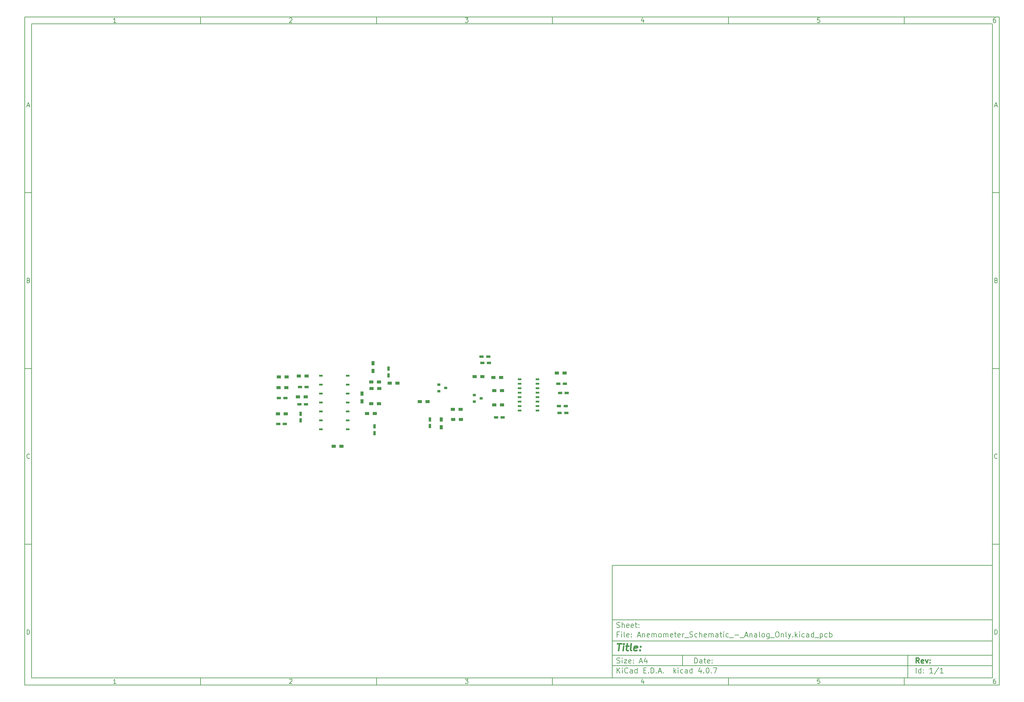
<source format=gbr>
G04 #@! TF.FileFunction,Paste,Top*
%FSLAX46Y46*%
G04 Gerber Fmt 4.6, Leading zero omitted, Abs format (unit mm)*
G04 Created by KiCad (PCBNEW 4.0.7) date Monday, February 19, 2018 'AMt' 09:37:46 AM*
%MOMM*%
%LPD*%
G01*
G04 APERTURE LIST*
%ADD10C,0.100000*%
%ADD11C,0.150000*%
%ADD12C,0.300000*%
%ADD13C,0.400000*%
%ADD14R,1.200000X0.900000*%
%ADD15R,1.100000X0.500000*%
%ADD16R,1.200000X0.750000*%
%ADD17R,0.750000X1.200000*%
%ADD18R,0.900000X0.800000*%
%ADD19R,0.900000X1.200000*%
G04 APERTURE END LIST*
D10*
D11*
X177002200Y-166007200D02*
X177002200Y-198007200D01*
X285002200Y-198007200D01*
X285002200Y-166007200D01*
X177002200Y-166007200D01*
D10*
D11*
X10000000Y-10000000D02*
X10000000Y-200007200D01*
X287002200Y-200007200D01*
X287002200Y-10000000D01*
X10000000Y-10000000D01*
D10*
D11*
X12000000Y-12000000D02*
X12000000Y-198007200D01*
X285002200Y-198007200D01*
X285002200Y-12000000D01*
X12000000Y-12000000D01*
D10*
D11*
X60000000Y-12000000D02*
X60000000Y-10000000D01*
D10*
D11*
X110000000Y-12000000D02*
X110000000Y-10000000D01*
D10*
D11*
X160000000Y-12000000D02*
X160000000Y-10000000D01*
D10*
D11*
X210000000Y-12000000D02*
X210000000Y-10000000D01*
D10*
D11*
X260000000Y-12000000D02*
X260000000Y-10000000D01*
D10*
D11*
X35990476Y-11588095D02*
X35247619Y-11588095D01*
X35619048Y-11588095D02*
X35619048Y-10288095D01*
X35495238Y-10473810D01*
X35371429Y-10597619D01*
X35247619Y-10659524D01*
D10*
D11*
X85247619Y-10411905D02*
X85309524Y-10350000D01*
X85433333Y-10288095D01*
X85742857Y-10288095D01*
X85866667Y-10350000D01*
X85928571Y-10411905D01*
X85990476Y-10535714D01*
X85990476Y-10659524D01*
X85928571Y-10845238D01*
X85185714Y-11588095D01*
X85990476Y-11588095D01*
D10*
D11*
X135185714Y-10288095D02*
X135990476Y-10288095D01*
X135557143Y-10783333D01*
X135742857Y-10783333D01*
X135866667Y-10845238D01*
X135928571Y-10907143D01*
X135990476Y-11030952D01*
X135990476Y-11340476D01*
X135928571Y-11464286D01*
X135866667Y-11526190D01*
X135742857Y-11588095D01*
X135371429Y-11588095D01*
X135247619Y-11526190D01*
X135185714Y-11464286D01*
D10*
D11*
X185866667Y-10721429D02*
X185866667Y-11588095D01*
X185557143Y-10226190D02*
X185247619Y-11154762D01*
X186052381Y-11154762D01*
D10*
D11*
X235928571Y-10288095D02*
X235309524Y-10288095D01*
X235247619Y-10907143D01*
X235309524Y-10845238D01*
X235433333Y-10783333D01*
X235742857Y-10783333D01*
X235866667Y-10845238D01*
X235928571Y-10907143D01*
X235990476Y-11030952D01*
X235990476Y-11340476D01*
X235928571Y-11464286D01*
X235866667Y-11526190D01*
X235742857Y-11588095D01*
X235433333Y-11588095D01*
X235309524Y-11526190D01*
X235247619Y-11464286D01*
D10*
D11*
X285866667Y-10288095D02*
X285619048Y-10288095D01*
X285495238Y-10350000D01*
X285433333Y-10411905D01*
X285309524Y-10597619D01*
X285247619Y-10845238D01*
X285247619Y-11340476D01*
X285309524Y-11464286D01*
X285371429Y-11526190D01*
X285495238Y-11588095D01*
X285742857Y-11588095D01*
X285866667Y-11526190D01*
X285928571Y-11464286D01*
X285990476Y-11340476D01*
X285990476Y-11030952D01*
X285928571Y-10907143D01*
X285866667Y-10845238D01*
X285742857Y-10783333D01*
X285495238Y-10783333D01*
X285371429Y-10845238D01*
X285309524Y-10907143D01*
X285247619Y-11030952D01*
D10*
D11*
X60000000Y-198007200D02*
X60000000Y-200007200D01*
D10*
D11*
X110000000Y-198007200D02*
X110000000Y-200007200D01*
D10*
D11*
X160000000Y-198007200D02*
X160000000Y-200007200D01*
D10*
D11*
X210000000Y-198007200D02*
X210000000Y-200007200D01*
D10*
D11*
X260000000Y-198007200D02*
X260000000Y-200007200D01*
D10*
D11*
X35990476Y-199595295D02*
X35247619Y-199595295D01*
X35619048Y-199595295D02*
X35619048Y-198295295D01*
X35495238Y-198481010D01*
X35371429Y-198604819D01*
X35247619Y-198666724D01*
D10*
D11*
X85247619Y-198419105D02*
X85309524Y-198357200D01*
X85433333Y-198295295D01*
X85742857Y-198295295D01*
X85866667Y-198357200D01*
X85928571Y-198419105D01*
X85990476Y-198542914D01*
X85990476Y-198666724D01*
X85928571Y-198852438D01*
X85185714Y-199595295D01*
X85990476Y-199595295D01*
D10*
D11*
X135185714Y-198295295D02*
X135990476Y-198295295D01*
X135557143Y-198790533D01*
X135742857Y-198790533D01*
X135866667Y-198852438D01*
X135928571Y-198914343D01*
X135990476Y-199038152D01*
X135990476Y-199347676D01*
X135928571Y-199471486D01*
X135866667Y-199533390D01*
X135742857Y-199595295D01*
X135371429Y-199595295D01*
X135247619Y-199533390D01*
X135185714Y-199471486D01*
D10*
D11*
X185866667Y-198728629D02*
X185866667Y-199595295D01*
X185557143Y-198233390D02*
X185247619Y-199161962D01*
X186052381Y-199161962D01*
D10*
D11*
X235928571Y-198295295D02*
X235309524Y-198295295D01*
X235247619Y-198914343D01*
X235309524Y-198852438D01*
X235433333Y-198790533D01*
X235742857Y-198790533D01*
X235866667Y-198852438D01*
X235928571Y-198914343D01*
X235990476Y-199038152D01*
X235990476Y-199347676D01*
X235928571Y-199471486D01*
X235866667Y-199533390D01*
X235742857Y-199595295D01*
X235433333Y-199595295D01*
X235309524Y-199533390D01*
X235247619Y-199471486D01*
D10*
D11*
X285866667Y-198295295D02*
X285619048Y-198295295D01*
X285495238Y-198357200D01*
X285433333Y-198419105D01*
X285309524Y-198604819D01*
X285247619Y-198852438D01*
X285247619Y-199347676D01*
X285309524Y-199471486D01*
X285371429Y-199533390D01*
X285495238Y-199595295D01*
X285742857Y-199595295D01*
X285866667Y-199533390D01*
X285928571Y-199471486D01*
X285990476Y-199347676D01*
X285990476Y-199038152D01*
X285928571Y-198914343D01*
X285866667Y-198852438D01*
X285742857Y-198790533D01*
X285495238Y-198790533D01*
X285371429Y-198852438D01*
X285309524Y-198914343D01*
X285247619Y-199038152D01*
D10*
D11*
X10000000Y-60000000D02*
X12000000Y-60000000D01*
D10*
D11*
X10000000Y-110000000D02*
X12000000Y-110000000D01*
D10*
D11*
X10000000Y-160000000D02*
X12000000Y-160000000D01*
D10*
D11*
X10690476Y-35216667D02*
X11309524Y-35216667D01*
X10566667Y-35588095D02*
X11000000Y-34288095D01*
X11433333Y-35588095D01*
D10*
D11*
X11092857Y-84907143D02*
X11278571Y-84969048D01*
X11340476Y-85030952D01*
X11402381Y-85154762D01*
X11402381Y-85340476D01*
X11340476Y-85464286D01*
X11278571Y-85526190D01*
X11154762Y-85588095D01*
X10659524Y-85588095D01*
X10659524Y-84288095D01*
X11092857Y-84288095D01*
X11216667Y-84350000D01*
X11278571Y-84411905D01*
X11340476Y-84535714D01*
X11340476Y-84659524D01*
X11278571Y-84783333D01*
X11216667Y-84845238D01*
X11092857Y-84907143D01*
X10659524Y-84907143D01*
D10*
D11*
X11402381Y-135464286D02*
X11340476Y-135526190D01*
X11154762Y-135588095D01*
X11030952Y-135588095D01*
X10845238Y-135526190D01*
X10721429Y-135402381D01*
X10659524Y-135278571D01*
X10597619Y-135030952D01*
X10597619Y-134845238D01*
X10659524Y-134597619D01*
X10721429Y-134473810D01*
X10845238Y-134350000D01*
X11030952Y-134288095D01*
X11154762Y-134288095D01*
X11340476Y-134350000D01*
X11402381Y-134411905D01*
D10*
D11*
X10659524Y-185588095D02*
X10659524Y-184288095D01*
X10969048Y-184288095D01*
X11154762Y-184350000D01*
X11278571Y-184473810D01*
X11340476Y-184597619D01*
X11402381Y-184845238D01*
X11402381Y-185030952D01*
X11340476Y-185278571D01*
X11278571Y-185402381D01*
X11154762Y-185526190D01*
X10969048Y-185588095D01*
X10659524Y-185588095D01*
D10*
D11*
X287002200Y-60000000D02*
X285002200Y-60000000D01*
D10*
D11*
X287002200Y-110000000D02*
X285002200Y-110000000D01*
D10*
D11*
X287002200Y-160000000D02*
X285002200Y-160000000D01*
D10*
D11*
X285692676Y-35216667D02*
X286311724Y-35216667D01*
X285568867Y-35588095D02*
X286002200Y-34288095D01*
X286435533Y-35588095D01*
D10*
D11*
X286095057Y-84907143D02*
X286280771Y-84969048D01*
X286342676Y-85030952D01*
X286404581Y-85154762D01*
X286404581Y-85340476D01*
X286342676Y-85464286D01*
X286280771Y-85526190D01*
X286156962Y-85588095D01*
X285661724Y-85588095D01*
X285661724Y-84288095D01*
X286095057Y-84288095D01*
X286218867Y-84350000D01*
X286280771Y-84411905D01*
X286342676Y-84535714D01*
X286342676Y-84659524D01*
X286280771Y-84783333D01*
X286218867Y-84845238D01*
X286095057Y-84907143D01*
X285661724Y-84907143D01*
D10*
D11*
X286404581Y-135464286D02*
X286342676Y-135526190D01*
X286156962Y-135588095D01*
X286033152Y-135588095D01*
X285847438Y-135526190D01*
X285723629Y-135402381D01*
X285661724Y-135278571D01*
X285599819Y-135030952D01*
X285599819Y-134845238D01*
X285661724Y-134597619D01*
X285723629Y-134473810D01*
X285847438Y-134350000D01*
X286033152Y-134288095D01*
X286156962Y-134288095D01*
X286342676Y-134350000D01*
X286404581Y-134411905D01*
D10*
D11*
X285661724Y-185588095D02*
X285661724Y-184288095D01*
X285971248Y-184288095D01*
X286156962Y-184350000D01*
X286280771Y-184473810D01*
X286342676Y-184597619D01*
X286404581Y-184845238D01*
X286404581Y-185030952D01*
X286342676Y-185278571D01*
X286280771Y-185402381D01*
X286156962Y-185526190D01*
X285971248Y-185588095D01*
X285661724Y-185588095D01*
D10*
D11*
X200359343Y-193785771D02*
X200359343Y-192285771D01*
X200716486Y-192285771D01*
X200930771Y-192357200D01*
X201073629Y-192500057D01*
X201145057Y-192642914D01*
X201216486Y-192928629D01*
X201216486Y-193142914D01*
X201145057Y-193428629D01*
X201073629Y-193571486D01*
X200930771Y-193714343D01*
X200716486Y-193785771D01*
X200359343Y-193785771D01*
X202502200Y-193785771D02*
X202502200Y-193000057D01*
X202430771Y-192857200D01*
X202287914Y-192785771D01*
X202002200Y-192785771D01*
X201859343Y-192857200D01*
X202502200Y-193714343D02*
X202359343Y-193785771D01*
X202002200Y-193785771D01*
X201859343Y-193714343D01*
X201787914Y-193571486D01*
X201787914Y-193428629D01*
X201859343Y-193285771D01*
X202002200Y-193214343D01*
X202359343Y-193214343D01*
X202502200Y-193142914D01*
X203002200Y-192785771D02*
X203573629Y-192785771D01*
X203216486Y-192285771D02*
X203216486Y-193571486D01*
X203287914Y-193714343D01*
X203430772Y-193785771D01*
X203573629Y-193785771D01*
X204645057Y-193714343D02*
X204502200Y-193785771D01*
X204216486Y-193785771D01*
X204073629Y-193714343D01*
X204002200Y-193571486D01*
X204002200Y-193000057D01*
X204073629Y-192857200D01*
X204216486Y-192785771D01*
X204502200Y-192785771D01*
X204645057Y-192857200D01*
X204716486Y-193000057D01*
X204716486Y-193142914D01*
X204002200Y-193285771D01*
X205359343Y-193642914D02*
X205430771Y-193714343D01*
X205359343Y-193785771D01*
X205287914Y-193714343D01*
X205359343Y-193642914D01*
X205359343Y-193785771D01*
X205359343Y-192857200D02*
X205430771Y-192928629D01*
X205359343Y-193000057D01*
X205287914Y-192928629D01*
X205359343Y-192857200D01*
X205359343Y-193000057D01*
D10*
D11*
X177002200Y-194507200D02*
X285002200Y-194507200D01*
D10*
D11*
X178359343Y-196585771D02*
X178359343Y-195085771D01*
X179216486Y-196585771D02*
X178573629Y-195728629D01*
X179216486Y-195085771D02*
X178359343Y-195942914D01*
X179859343Y-196585771D02*
X179859343Y-195585771D01*
X179859343Y-195085771D02*
X179787914Y-195157200D01*
X179859343Y-195228629D01*
X179930771Y-195157200D01*
X179859343Y-195085771D01*
X179859343Y-195228629D01*
X181430772Y-196442914D02*
X181359343Y-196514343D01*
X181145057Y-196585771D01*
X181002200Y-196585771D01*
X180787915Y-196514343D01*
X180645057Y-196371486D01*
X180573629Y-196228629D01*
X180502200Y-195942914D01*
X180502200Y-195728629D01*
X180573629Y-195442914D01*
X180645057Y-195300057D01*
X180787915Y-195157200D01*
X181002200Y-195085771D01*
X181145057Y-195085771D01*
X181359343Y-195157200D01*
X181430772Y-195228629D01*
X182716486Y-196585771D02*
X182716486Y-195800057D01*
X182645057Y-195657200D01*
X182502200Y-195585771D01*
X182216486Y-195585771D01*
X182073629Y-195657200D01*
X182716486Y-196514343D02*
X182573629Y-196585771D01*
X182216486Y-196585771D01*
X182073629Y-196514343D01*
X182002200Y-196371486D01*
X182002200Y-196228629D01*
X182073629Y-196085771D01*
X182216486Y-196014343D01*
X182573629Y-196014343D01*
X182716486Y-195942914D01*
X184073629Y-196585771D02*
X184073629Y-195085771D01*
X184073629Y-196514343D02*
X183930772Y-196585771D01*
X183645058Y-196585771D01*
X183502200Y-196514343D01*
X183430772Y-196442914D01*
X183359343Y-196300057D01*
X183359343Y-195871486D01*
X183430772Y-195728629D01*
X183502200Y-195657200D01*
X183645058Y-195585771D01*
X183930772Y-195585771D01*
X184073629Y-195657200D01*
X185930772Y-195800057D02*
X186430772Y-195800057D01*
X186645058Y-196585771D02*
X185930772Y-196585771D01*
X185930772Y-195085771D01*
X186645058Y-195085771D01*
X187287915Y-196442914D02*
X187359343Y-196514343D01*
X187287915Y-196585771D01*
X187216486Y-196514343D01*
X187287915Y-196442914D01*
X187287915Y-196585771D01*
X188002201Y-196585771D02*
X188002201Y-195085771D01*
X188359344Y-195085771D01*
X188573629Y-195157200D01*
X188716487Y-195300057D01*
X188787915Y-195442914D01*
X188859344Y-195728629D01*
X188859344Y-195942914D01*
X188787915Y-196228629D01*
X188716487Y-196371486D01*
X188573629Y-196514343D01*
X188359344Y-196585771D01*
X188002201Y-196585771D01*
X189502201Y-196442914D02*
X189573629Y-196514343D01*
X189502201Y-196585771D01*
X189430772Y-196514343D01*
X189502201Y-196442914D01*
X189502201Y-196585771D01*
X190145058Y-196157200D02*
X190859344Y-196157200D01*
X190002201Y-196585771D02*
X190502201Y-195085771D01*
X191002201Y-196585771D01*
X191502201Y-196442914D02*
X191573629Y-196514343D01*
X191502201Y-196585771D01*
X191430772Y-196514343D01*
X191502201Y-196442914D01*
X191502201Y-196585771D01*
X194502201Y-196585771D02*
X194502201Y-195085771D01*
X194645058Y-196014343D02*
X195073629Y-196585771D01*
X195073629Y-195585771D02*
X194502201Y-196157200D01*
X195716487Y-196585771D02*
X195716487Y-195585771D01*
X195716487Y-195085771D02*
X195645058Y-195157200D01*
X195716487Y-195228629D01*
X195787915Y-195157200D01*
X195716487Y-195085771D01*
X195716487Y-195228629D01*
X197073630Y-196514343D02*
X196930773Y-196585771D01*
X196645059Y-196585771D01*
X196502201Y-196514343D01*
X196430773Y-196442914D01*
X196359344Y-196300057D01*
X196359344Y-195871486D01*
X196430773Y-195728629D01*
X196502201Y-195657200D01*
X196645059Y-195585771D01*
X196930773Y-195585771D01*
X197073630Y-195657200D01*
X198359344Y-196585771D02*
X198359344Y-195800057D01*
X198287915Y-195657200D01*
X198145058Y-195585771D01*
X197859344Y-195585771D01*
X197716487Y-195657200D01*
X198359344Y-196514343D02*
X198216487Y-196585771D01*
X197859344Y-196585771D01*
X197716487Y-196514343D01*
X197645058Y-196371486D01*
X197645058Y-196228629D01*
X197716487Y-196085771D01*
X197859344Y-196014343D01*
X198216487Y-196014343D01*
X198359344Y-195942914D01*
X199716487Y-196585771D02*
X199716487Y-195085771D01*
X199716487Y-196514343D02*
X199573630Y-196585771D01*
X199287916Y-196585771D01*
X199145058Y-196514343D01*
X199073630Y-196442914D01*
X199002201Y-196300057D01*
X199002201Y-195871486D01*
X199073630Y-195728629D01*
X199145058Y-195657200D01*
X199287916Y-195585771D01*
X199573630Y-195585771D01*
X199716487Y-195657200D01*
X202216487Y-195585771D02*
X202216487Y-196585771D01*
X201859344Y-195014343D02*
X201502201Y-196085771D01*
X202430773Y-196085771D01*
X203002201Y-196442914D02*
X203073629Y-196514343D01*
X203002201Y-196585771D01*
X202930772Y-196514343D01*
X203002201Y-196442914D01*
X203002201Y-196585771D01*
X204002201Y-195085771D02*
X204145058Y-195085771D01*
X204287915Y-195157200D01*
X204359344Y-195228629D01*
X204430773Y-195371486D01*
X204502201Y-195657200D01*
X204502201Y-196014343D01*
X204430773Y-196300057D01*
X204359344Y-196442914D01*
X204287915Y-196514343D01*
X204145058Y-196585771D01*
X204002201Y-196585771D01*
X203859344Y-196514343D01*
X203787915Y-196442914D01*
X203716487Y-196300057D01*
X203645058Y-196014343D01*
X203645058Y-195657200D01*
X203716487Y-195371486D01*
X203787915Y-195228629D01*
X203859344Y-195157200D01*
X204002201Y-195085771D01*
X205145058Y-196442914D02*
X205216486Y-196514343D01*
X205145058Y-196585771D01*
X205073629Y-196514343D01*
X205145058Y-196442914D01*
X205145058Y-196585771D01*
X205716487Y-195085771D02*
X206716487Y-195085771D01*
X206073630Y-196585771D01*
D10*
D11*
X177002200Y-191507200D02*
X285002200Y-191507200D01*
D10*
D12*
X264216486Y-193785771D02*
X263716486Y-193071486D01*
X263359343Y-193785771D02*
X263359343Y-192285771D01*
X263930771Y-192285771D01*
X264073629Y-192357200D01*
X264145057Y-192428629D01*
X264216486Y-192571486D01*
X264216486Y-192785771D01*
X264145057Y-192928629D01*
X264073629Y-193000057D01*
X263930771Y-193071486D01*
X263359343Y-193071486D01*
X265430771Y-193714343D02*
X265287914Y-193785771D01*
X265002200Y-193785771D01*
X264859343Y-193714343D01*
X264787914Y-193571486D01*
X264787914Y-193000057D01*
X264859343Y-192857200D01*
X265002200Y-192785771D01*
X265287914Y-192785771D01*
X265430771Y-192857200D01*
X265502200Y-193000057D01*
X265502200Y-193142914D01*
X264787914Y-193285771D01*
X266002200Y-192785771D02*
X266359343Y-193785771D01*
X266716485Y-192785771D01*
X267287914Y-193642914D02*
X267359342Y-193714343D01*
X267287914Y-193785771D01*
X267216485Y-193714343D01*
X267287914Y-193642914D01*
X267287914Y-193785771D01*
X267287914Y-192857200D02*
X267359342Y-192928629D01*
X267287914Y-193000057D01*
X267216485Y-192928629D01*
X267287914Y-192857200D01*
X267287914Y-193000057D01*
D10*
D11*
X178287914Y-193714343D02*
X178502200Y-193785771D01*
X178859343Y-193785771D01*
X179002200Y-193714343D01*
X179073629Y-193642914D01*
X179145057Y-193500057D01*
X179145057Y-193357200D01*
X179073629Y-193214343D01*
X179002200Y-193142914D01*
X178859343Y-193071486D01*
X178573629Y-193000057D01*
X178430771Y-192928629D01*
X178359343Y-192857200D01*
X178287914Y-192714343D01*
X178287914Y-192571486D01*
X178359343Y-192428629D01*
X178430771Y-192357200D01*
X178573629Y-192285771D01*
X178930771Y-192285771D01*
X179145057Y-192357200D01*
X179787914Y-193785771D02*
X179787914Y-192785771D01*
X179787914Y-192285771D02*
X179716485Y-192357200D01*
X179787914Y-192428629D01*
X179859342Y-192357200D01*
X179787914Y-192285771D01*
X179787914Y-192428629D01*
X180359343Y-192785771D02*
X181145057Y-192785771D01*
X180359343Y-193785771D01*
X181145057Y-193785771D01*
X182287914Y-193714343D02*
X182145057Y-193785771D01*
X181859343Y-193785771D01*
X181716486Y-193714343D01*
X181645057Y-193571486D01*
X181645057Y-193000057D01*
X181716486Y-192857200D01*
X181859343Y-192785771D01*
X182145057Y-192785771D01*
X182287914Y-192857200D01*
X182359343Y-193000057D01*
X182359343Y-193142914D01*
X181645057Y-193285771D01*
X183002200Y-193642914D02*
X183073628Y-193714343D01*
X183002200Y-193785771D01*
X182930771Y-193714343D01*
X183002200Y-193642914D01*
X183002200Y-193785771D01*
X183002200Y-192857200D02*
X183073628Y-192928629D01*
X183002200Y-193000057D01*
X182930771Y-192928629D01*
X183002200Y-192857200D01*
X183002200Y-193000057D01*
X184787914Y-193357200D02*
X185502200Y-193357200D01*
X184645057Y-193785771D02*
X185145057Y-192285771D01*
X185645057Y-193785771D01*
X186787914Y-192785771D02*
X186787914Y-193785771D01*
X186430771Y-192214343D02*
X186073628Y-193285771D01*
X187002200Y-193285771D01*
D10*
D11*
X263359343Y-196585771D02*
X263359343Y-195085771D01*
X264716486Y-196585771D02*
X264716486Y-195085771D01*
X264716486Y-196514343D02*
X264573629Y-196585771D01*
X264287915Y-196585771D01*
X264145057Y-196514343D01*
X264073629Y-196442914D01*
X264002200Y-196300057D01*
X264002200Y-195871486D01*
X264073629Y-195728629D01*
X264145057Y-195657200D01*
X264287915Y-195585771D01*
X264573629Y-195585771D01*
X264716486Y-195657200D01*
X265430772Y-196442914D02*
X265502200Y-196514343D01*
X265430772Y-196585771D01*
X265359343Y-196514343D01*
X265430772Y-196442914D01*
X265430772Y-196585771D01*
X265430772Y-195657200D02*
X265502200Y-195728629D01*
X265430772Y-195800057D01*
X265359343Y-195728629D01*
X265430772Y-195657200D01*
X265430772Y-195800057D01*
X268073629Y-196585771D02*
X267216486Y-196585771D01*
X267645058Y-196585771D02*
X267645058Y-195085771D01*
X267502201Y-195300057D01*
X267359343Y-195442914D01*
X267216486Y-195514343D01*
X269787914Y-195014343D02*
X268502200Y-196942914D01*
X271073629Y-196585771D02*
X270216486Y-196585771D01*
X270645058Y-196585771D02*
X270645058Y-195085771D01*
X270502201Y-195300057D01*
X270359343Y-195442914D01*
X270216486Y-195514343D01*
D10*
D11*
X177002200Y-187507200D02*
X285002200Y-187507200D01*
D10*
D13*
X178454581Y-188211962D02*
X179597438Y-188211962D01*
X178776010Y-190211962D02*
X179026010Y-188211962D01*
X180014105Y-190211962D02*
X180180771Y-188878629D01*
X180264105Y-188211962D02*
X180156962Y-188307200D01*
X180240295Y-188402438D01*
X180347439Y-188307200D01*
X180264105Y-188211962D01*
X180240295Y-188402438D01*
X180847438Y-188878629D02*
X181609343Y-188878629D01*
X181216486Y-188211962D02*
X181002200Y-189926248D01*
X181073630Y-190116724D01*
X181252201Y-190211962D01*
X181442677Y-190211962D01*
X182395058Y-190211962D02*
X182216487Y-190116724D01*
X182145057Y-189926248D01*
X182359343Y-188211962D01*
X183930772Y-190116724D02*
X183728391Y-190211962D01*
X183347439Y-190211962D01*
X183168867Y-190116724D01*
X183097438Y-189926248D01*
X183192676Y-189164343D01*
X183311724Y-188973867D01*
X183514105Y-188878629D01*
X183895057Y-188878629D01*
X184073629Y-188973867D01*
X184145057Y-189164343D01*
X184121248Y-189354819D01*
X183145057Y-189545295D01*
X184895057Y-190021486D02*
X184978392Y-190116724D01*
X184871248Y-190211962D01*
X184787915Y-190116724D01*
X184895057Y-190021486D01*
X184871248Y-190211962D01*
X185026010Y-188973867D02*
X185109344Y-189069105D01*
X185002200Y-189164343D01*
X184918867Y-189069105D01*
X185026010Y-188973867D01*
X185002200Y-189164343D01*
D10*
D11*
X178859343Y-185600057D02*
X178359343Y-185600057D01*
X178359343Y-186385771D02*
X178359343Y-184885771D01*
X179073629Y-184885771D01*
X179645057Y-186385771D02*
X179645057Y-185385771D01*
X179645057Y-184885771D02*
X179573628Y-184957200D01*
X179645057Y-185028629D01*
X179716485Y-184957200D01*
X179645057Y-184885771D01*
X179645057Y-185028629D01*
X180573629Y-186385771D02*
X180430771Y-186314343D01*
X180359343Y-186171486D01*
X180359343Y-184885771D01*
X181716485Y-186314343D02*
X181573628Y-186385771D01*
X181287914Y-186385771D01*
X181145057Y-186314343D01*
X181073628Y-186171486D01*
X181073628Y-185600057D01*
X181145057Y-185457200D01*
X181287914Y-185385771D01*
X181573628Y-185385771D01*
X181716485Y-185457200D01*
X181787914Y-185600057D01*
X181787914Y-185742914D01*
X181073628Y-185885771D01*
X182430771Y-186242914D02*
X182502199Y-186314343D01*
X182430771Y-186385771D01*
X182359342Y-186314343D01*
X182430771Y-186242914D01*
X182430771Y-186385771D01*
X182430771Y-185457200D02*
X182502199Y-185528629D01*
X182430771Y-185600057D01*
X182359342Y-185528629D01*
X182430771Y-185457200D01*
X182430771Y-185600057D01*
X184216485Y-185957200D02*
X184930771Y-185957200D01*
X184073628Y-186385771D02*
X184573628Y-184885771D01*
X185073628Y-186385771D01*
X185573628Y-185385771D02*
X185573628Y-186385771D01*
X185573628Y-185528629D02*
X185645056Y-185457200D01*
X185787914Y-185385771D01*
X186002199Y-185385771D01*
X186145056Y-185457200D01*
X186216485Y-185600057D01*
X186216485Y-186385771D01*
X187502199Y-186314343D02*
X187359342Y-186385771D01*
X187073628Y-186385771D01*
X186930771Y-186314343D01*
X186859342Y-186171486D01*
X186859342Y-185600057D01*
X186930771Y-185457200D01*
X187073628Y-185385771D01*
X187359342Y-185385771D01*
X187502199Y-185457200D01*
X187573628Y-185600057D01*
X187573628Y-185742914D01*
X186859342Y-185885771D01*
X188216485Y-186385771D02*
X188216485Y-185385771D01*
X188216485Y-185528629D02*
X188287913Y-185457200D01*
X188430771Y-185385771D01*
X188645056Y-185385771D01*
X188787913Y-185457200D01*
X188859342Y-185600057D01*
X188859342Y-186385771D01*
X188859342Y-185600057D02*
X188930771Y-185457200D01*
X189073628Y-185385771D01*
X189287913Y-185385771D01*
X189430771Y-185457200D01*
X189502199Y-185600057D01*
X189502199Y-186385771D01*
X190430771Y-186385771D02*
X190287913Y-186314343D01*
X190216485Y-186242914D01*
X190145056Y-186100057D01*
X190145056Y-185671486D01*
X190216485Y-185528629D01*
X190287913Y-185457200D01*
X190430771Y-185385771D01*
X190645056Y-185385771D01*
X190787913Y-185457200D01*
X190859342Y-185528629D01*
X190930771Y-185671486D01*
X190930771Y-186100057D01*
X190859342Y-186242914D01*
X190787913Y-186314343D01*
X190645056Y-186385771D01*
X190430771Y-186385771D01*
X191573628Y-186385771D02*
X191573628Y-185385771D01*
X191573628Y-185528629D02*
X191645056Y-185457200D01*
X191787914Y-185385771D01*
X192002199Y-185385771D01*
X192145056Y-185457200D01*
X192216485Y-185600057D01*
X192216485Y-186385771D01*
X192216485Y-185600057D02*
X192287914Y-185457200D01*
X192430771Y-185385771D01*
X192645056Y-185385771D01*
X192787914Y-185457200D01*
X192859342Y-185600057D01*
X192859342Y-186385771D01*
X194145056Y-186314343D02*
X194002199Y-186385771D01*
X193716485Y-186385771D01*
X193573628Y-186314343D01*
X193502199Y-186171486D01*
X193502199Y-185600057D01*
X193573628Y-185457200D01*
X193716485Y-185385771D01*
X194002199Y-185385771D01*
X194145056Y-185457200D01*
X194216485Y-185600057D01*
X194216485Y-185742914D01*
X193502199Y-185885771D01*
X194645056Y-185385771D02*
X195216485Y-185385771D01*
X194859342Y-184885771D02*
X194859342Y-186171486D01*
X194930770Y-186314343D01*
X195073628Y-186385771D01*
X195216485Y-186385771D01*
X196287913Y-186314343D02*
X196145056Y-186385771D01*
X195859342Y-186385771D01*
X195716485Y-186314343D01*
X195645056Y-186171486D01*
X195645056Y-185600057D01*
X195716485Y-185457200D01*
X195859342Y-185385771D01*
X196145056Y-185385771D01*
X196287913Y-185457200D01*
X196359342Y-185600057D01*
X196359342Y-185742914D01*
X195645056Y-185885771D01*
X197002199Y-186385771D02*
X197002199Y-185385771D01*
X197002199Y-185671486D02*
X197073627Y-185528629D01*
X197145056Y-185457200D01*
X197287913Y-185385771D01*
X197430770Y-185385771D01*
X197573627Y-186528629D02*
X198716484Y-186528629D01*
X199002198Y-186314343D02*
X199216484Y-186385771D01*
X199573627Y-186385771D01*
X199716484Y-186314343D01*
X199787913Y-186242914D01*
X199859341Y-186100057D01*
X199859341Y-185957200D01*
X199787913Y-185814343D01*
X199716484Y-185742914D01*
X199573627Y-185671486D01*
X199287913Y-185600057D01*
X199145055Y-185528629D01*
X199073627Y-185457200D01*
X199002198Y-185314343D01*
X199002198Y-185171486D01*
X199073627Y-185028629D01*
X199145055Y-184957200D01*
X199287913Y-184885771D01*
X199645055Y-184885771D01*
X199859341Y-184957200D01*
X201145055Y-186314343D02*
X201002198Y-186385771D01*
X200716484Y-186385771D01*
X200573626Y-186314343D01*
X200502198Y-186242914D01*
X200430769Y-186100057D01*
X200430769Y-185671486D01*
X200502198Y-185528629D01*
X200573626Y-185457200D01*
X200716484Y-185385771D01*
X201002198Y-185385771D01*
X201145055Y-185457200D01*
X201787912Y-186385771D02*
X201787912Y-184885771D01*
X202430769Y-186385771D02*
X202430769Y-185600057D01*
X202359340Y-185457200D01*
X202216483Y-185385771D01*
X202002198Y-185385771D01*
X201859340Y-185457200D01*
X201787912Y-185528629D01*
X203716483Y-186314343D02*
X203573626Y-186385771D01*
X203287912Y-186385771D01*
X203145055Y-186314343D01*
X203073626Y-186171486D01*
X203073626Y-185600057D01*
X203145055Y-185457200D01*
X203287912Y-185385771D01*
X203573626Y-185385771D01*
X203716483Y-185457200D01*
X203787912Y-185600057D01*
X203787912Y-185742914D01*
X203073626Y-185885771D01*
X204430769Y-186385771D02*
X204430769Y-185385771D01*
X204430769Y-185528629D02*
X204502197Y-185457200D01*
X204645055Y-185385771D01*
X204859340Y-185385771D01*
X205002197Y-185457200D01*
X205073626Y-185600057D01*
X205073626Y-186385771D01*
X205073626Y-185600057D02*
X205145055Y-185457200D01*
X205287912Y-185385771D01*
X205502197Y-185385771D01*
X205645055Y-185457200D01*
X205716483Y-185600057D01*
X205716483Y-186385771D01*
X207073626Y-186385771D02*
X207073626Y-185600057D01*
X207002197Y-185457200D01*
X206859340Y-185385771D01*
X206573626Y-185385771D01*
X206430769Y-185457200D01*
X207073626Y-186314343D02*
X206930769Y-186385771D01*
X206573626Y-186385771D01*
X206430769Y-186314343D01*
X206359340Y-186171486D01*
X206359340Y-186028629D01*
X206430769Y-185885771D01*
X206573626Y-185814343D01*
X206930769Y-185814343D01*
X207073626Y-185742914D01*
X207573626Y-185385771D02*
X208145055Y-185385771D01*
X207787912Y-184885771D02*
X207787912Y-186171486D01*
X207859340Y-186314343D01*
X208002198Y-186385771D01*
X208145055Y-186385771D01*
X208645055Y-186385771D02*
X208645055Y-185385771D01*
X208645055Y-184885771D02*
X208573626Y-184957200D01*
X208645055Y-185028629D01*
X208716483Y-184957200D01*
X208645055Y-184885771D01*
X208645055Y-185028629D01*
X210002198Y-186314343D02*
X209859341Y-186385771D01*
X209573627Y-186385771D01*
X209430769Y-186314343D01*
X209359341Y-186242914D01*
X209287912Y-186100057D01*
X209287912Y-185671486D01*
X209359341Y-185528629D01*
X209430769Y-185457200D01*
X209573627Y-185385771D01*
X209859341Y-185385771D01*
X210002198Y-185457200D01*
X210287912Y-186528629D02*
X211430769Y-186528629D01*
X211787912Y-185814343D02*
X212930769Y-185814343D01*
X213287912Y-186528629D02*
X214430769Y-186528629D01*
X214716483Y-185957200D02*
X215430769Y-185957200D01*
X214573626Y-186385771D02*
X215073626Y-184885771D01*
X215573626Y-186385771D01*
X216073626Y-185385771D02*
X216073626Y-186385771D01*
X216073626Y-185528629D02*
X216145054Y-185457200D01*
X216287912Y-185385771D01*
X216502197Y-185385771D01*
X216645054Y-185457200D01*
X216716483Y-185600057D01*
X216716483Y-186385771D01*
X218073626Y-186385771D02*
X218073626Y-185600057D01*
X218002197Y-185457200D01*
X217859340Y-185385771D01*
X217573626Y-185385771D01*
X217430769Y-185457200D01*
X218073626Y-186314343D02*
X217930769Y-186385771D01*
X217573626Y-186385771D01*
X217430769Y-186314343D01*
X217359340Y-186171486D01*
X217359340Y-186028629D01*
X217430769Y-185885771D01*
X217573626Y-185814343D01*
X217930769Y-185814343D01*
X218073626Y-185742914D01*
X219002198Y-186385771D02*
X218859340Y-186314343D01*
X218787912Y-186171486D01*
X218787912Y-184885771D01*
X219787912Y-186385771D02*
X219645054Y-186314343D01*
X219573626Y-186242914D01*
X219502197Y-186100057D01*
X219502197Y-185671486D01*
X219573626Y-185528629D01*
X219645054Y-185457200D01*
X219787912Y-185385771D01*
X220002197Y-185385771D01*
X220145054Y-185457200D01*
X220216483Y-185528629D01*
X220287912Y-185671486D01*
X220287912Y-186100057D01*
X220216483Y-186242914D01*
X220145054Y-186314343D01*
X220002197Y-186385771D01*
X219787912Y-186385771D01*
X221573626Y-185385771D02*
X221573626Y-186600057D01*
X221502197Y-186742914D01*
X221430769Y-186814343D01*
X221287912Y-186885771D01*
X221073626Y-186885771D01*
X220930769Y-186814343D01*
X221573626Y-186314343D02*
X221430769Y-186385771D01*
X221145055Y-186385771D01*
X221002197Y-186314343D01*
X220930769Y-186242914D01*
X220859340Y-186100057D01*
X220859340Y-185671486D01*
X220930769Y-185528629D01*
X221002197Y-185457200D01*
X221145055Y-185385771D01*
X221430769Y-185385771D01*
X221573626Y-185457200D01*
X221930769Y-186528629D02*
X223073626Y-186528629D01*
X223716483Y-184885771D02*
X224002197Y-184885771D01*
X224145055Y-184957200D01*
X224287912Y-185100057D01*
X224359340Y-185385771D01*
X224359340Y-185885771D01*
X224287912Y-186171486D01*
X224145055Y-186314343D01*
X224002197Y-186385771D01*
X223716483Y-186385771D01*
X223573626Y-186314343D01*
X223430769Y-186171486D01*
X223359340Y-185885771D01*
X223359340Y-185385771D01*
X223430769Y-185100057D01*
X223573626Y-184957200D01*
X223716483Y-184885771D01*
X225002198Y-185385771D02*
X225002198Y-186385771D01*
X225002198Y-185528629D02*
X225073626Y-185457200D01*
X225216484Y-185385771D01*
X225430769Y-185385771D01*
X225573626Y-185457200D01*
X225645055Y-185600057D01*
X225645055Y-186385771D01*
X226573627Y-186385771D02*
X226430769Y-186314343D01*
X226359341Y-186171486D01*
X226359341Y-184885771D01*
X227002198Y-185385771D02*
X227359341Y-186385771D01*
X227716483Y-185385771D02*
X227359341Y-186385771D01*
X227216483Y-186742914D01*
X227145055Y-186814343D01*
X227002198Y-186885771D01*
X228287912Y-186242914D02*
X228359340Y-186314343D01*
X228287912Y-186385771D01*
X228216483Y-186314343D01*
X228287912Y-186242914D01*
X228287912Y-186385771D01*
X229002198Y-186385771D02*
X229002198Y-184885771D01*
X229145055Y-185814343D02*
X229573626Y-186385771D01*
X229573626Y-185385771D02*
X229002198Y-185957200D01*
X230216484Y-186385771D02*
X230216484Y-185385771D01*
X230216484Y-184885771D02*
X230145055Y-184957200D01*
X230216484Y-185028629D01*
X230287912Y-184957200D01*
X230216484Y-184885771D01*
X230216484Y-185028629D01*
X231573627Y-186314343D02*
X231430770Y-186385771D01*
X231145056Y-186385771D01*
X231002198Y-186314343D01*
X230930770Y-186242914D01*
X230859341Y-186100057D01*
X230859341Y-185671486D01*
X230930770Y-185528629D01*
X231002198Y-185457200D01*
X231145056Y-185385771D01*
X231430770Y-185385771D01*
X231573627Y-185457200D01*
X232859341Y-186385771D02*
X232859341Y-185600057D01*
X232787912Y-185457200D01*
X232645055Y-185385771D01*
X232359341Y-185385771D01*
X232216484Y-185457200D01*
X232859341Y-186314343D02*
X232716484Y-186385771D01*
X232359341Y-186385771D01*
X232216484Y-186314343D01*
X232145055Y-186171486D01*
X232145055Y-186028629D01*
X232216484Y-185885771D01*
X232359341Y-185814343D01*
X232716484Y-185814343D01*
X232859341Y-185742914D01*
X234216484Y-186385771D02*
X234216484Y-184885771D01*
X234216484Y-186314343D02*
X234073627Y-186385771D01*
X233787913Y-186385771D01*
X233645055Y-186314343D01*
X233573627Y-186242914D01*
X233502198Y-186100057D01*
X233502198Y-185671486D01*
X233573627Y-185528629D01*
X233645055Y-185457200D01*
X233787913Y-185385771D01*
X234073627Y-185385771D01*
X234216484Y-185457200D01*
X234573627Y-186528629D02*
X235716484Y-186528629D01*
X236073627Y-185385771D02*
X236073627Y-186885771D01*
X236073627Y-185457200D02*
X236216484Y-185385771D01*
X236502198Y-185385771D01*
X236645055Y-185457200D01*
X236716484Y-185528629D01*
X236787913Y-185671486D01*
X236787913Y-186100057D01*
X236716484Y-186242914D01*
X236645055Y-186314343D01*
X236502198Y-186385771D01*
X236216484Y-186385771D01*
X236073627Y-186314343D01*
X238073627Y-186314343D02*
X237930770Y-186385771D01*
X237645056Y-186385771D01*
X237502198Y-186314343D01*
X237430770Y-186242914D01*
X237359341Y-186100057D01*
X237359341Y-185671486D01*
X237430770Y-185528629D01*
X237502198Y-185457200D01*
X237645056Y-185385771D01*
X237930770Y-185385771D01*
X238073627Y-185457200D01*
X238716484Y-186385771D02*
X238716484Y-184885771D01*
X238716484Y-185457200D02*
X238859341Y-185385771D01*
X239145055Y-185385771D01*
X239287912Y-185457200D01*
X239359341Y-185528629D01*
X239430770Y-185671486D01*
X239430770Y-186100057D01*
X239359341Y-186242914D01*
X239287912Y-186314343D01*
X239145055Y-186385771D01*
X238859341Y-186385771D01*
X238716484Y-186314343D01*
D10*
D11*
X177002200Y-181507200D02*
X285002200Y-181507200D01*
D10*
D11*
X178287914Y-183614343D02*
X178502200Y-183685771D01*
X178859343Y-183685771D01*
X179002200Y-183614343D01*
X179073629Y-183542914D01*
X179145057Y-183400057D01*
X179145057Y-183257200D01*
X179073629Y-183114343D01*
X179002200Y-183042914D01*
X178859343Y-182971486D01*
X178573629Y-182900057D01*
X178430771Y-182828629D01*
X178359343Y-182757200D01*
X178287914Y-182614343D01*
X178287914Y-182471486D01*
X178359343Y-182328629D01*
X178430771Y-182257200D01*
X178573629Y-182185771D01*
X178930771Y-182185771D01*
X179145057Y-182257200D01*
X179787914Y-183685771D02*
X179787914Y-182185771D01*
X180430771Y-183685771D02*
X180430771Y-182900057D01*
X180359342Y-182757200D01*
X180216485Y-182685771D01*
X180002200Y-182685771D01*
X179859342Y-182757200D01*
X179787914Y-182828629D01*
X181716485Y-183614343D02*
X181573628Y-183685771D01*
X181287914Y-183685771D01*
X181145057Y-183614343D01*
X181073628Y-183471486D01*
X181073628Y-182900057D01*
X181145057Y-182757200D01*
X181287914Y-182685771D01*
X181573628Y-182685771D01*
X181716485Y-182757200D01*
X181787914Y-182900057D01*
X181787914Y-183042914D01*
X181073628Y-183185771D01*
X183002199Y-183614343D02*
X182859342Y-183685771D01*
X182573628Y-183685771D01*
X182430771Y-183614343D01*
X182359342Y-183471486D01*
X182359342Y-182900057D01*
X182430771Y-182757200D01*
X182573628Y-182685771D01*
X182859342Y-182685771D01*
X183002199Y-182757200D01*
X183073628Y-182900057D01*
X183073628Y-183042914D01*
X182359342Y-183185771D01*
X183502199Y-182685771D02*
X184073628Y-182685771D01*
X183716485Y-182185771D02*
X183716485Y-183471486D01*
X183787913Y-183614343D01*
X183930771Y-183685771D01*
X184073628Y-183685771D01*
X184573628Y-183542914D02*
X184645056Y-183614343D01*
X184573628Y-183685771D01*
X184502199Y-183614343D01*
X184573628Y-183542914D01*
X184573628Y-183685771D01*
X184573628Y-182757200D02*
X184645056Y-182828629D01*
X184573628Y-182900057D01*
X184502199Y-182828629D01*
X184573628Y-182757200D01*
X184573628Y-182900057D01*
D10*
D11*
X197002200Y-191507200D02*
X197002200Y-194507200D01*
D10*
D11*
X261002200Y-191507200D02*
X261002200Y-198007200D01*
D14*
X143471540Y-120340120D03*
X145671540Y-120340120D03*
D15*
X155712160Y-121937780D03*
X155712160Y-120667780D03*
X155712160Y-119397780D03*
X155712160Y-118127780D03*
X155712160Y-116857780D03*
X155712160Y-115587780D03*
X155712160Y-114317780D03*
X155712160Y-113047780D03*
X150632160Y-113047780D03*
X150632160Y-114317780D03*
X150632160Y-115587780D03*
X150632160Y-116857780D03*
X150632160Y-118127780D03*
X150632160Y-119397780D03*
X150632160Y-120667780D03*
X150632160Y-121937780D03*
X94213680Y-112016540D03*
X94213680Y-114556540D03*
X94213680Y-117096540D03*
X94213680Y-119636540D03*
X94213680Y-122176540D03*
X94213680Y-124716540D03*
X94213680Y-127256540D03*
X101833680Y-127256540D03*
X101833680Y-124716540D03*
X101833680Y-122176540D03*
X101833680Y-119636540D03*
X101833680Y-117096540D03*
X101833680Y-114556540D03*
X101833680Y-112016540D03*
D16*
X88231940Y-115272820D03*
X90131940Y-115272820D03*
D17*
X125200000Y-124450000D03*
X125200000Y-126350000D03*
D16*
X89950000Y-120200000D03*
X88050000Y-120200000D03*
X143929020Y-123916440D03*
X145829020Y-123916440D03*
X162011280Y-122618500D03*
X163911280Y-122618500D03*
X82234960Y-118381780D03*
X84134960Y-118381780D03*
X82034960Y-125726600D03*
X83934960Y-125726600D03*
D17*
X88400000Y-122850000D03*
X88400000Y-124750000D03*
X109400000Y-128350000D03*
X109400000Y-126450000D03*
X113400000Y-111950000D03*
X113400000Y-110050000D03*
D16*
X162143360Y-116984780D03*
X164043360Y-116984780D03*
X161622660Y-114289840D03*
X163522660Y-114289840D03*
X161858880Y-120652540D03*
X163758880Y-120652540D03*
X139850000Y-106600000D03*
X141750000Y-106600000D03*
X140050000Y-108400000D03*
X141950000Y-108400000D03*
D18*
X137766040Y-117525760D03*
X137766040Y-119425760D03*
X139766040Y-118475760D03*
X127667400Y-114557160D03*
X127667400Y-116457160D03*
X129667400Y-115507160D03*
D14*
X84378800Y-115455700D03*
X82178800Y-115455700D03*
X133957060Y-124503180D03*
X131757060Y-124503180D03*
D19*
X128400000Y-124500000D03*
X128400000Y-126700000D03*
D14*
X87921740Y-112100360D03*
X90121740Y-112100360D03*
X137875920Y-112257840D03*
X140075920Y-112257840D03*
X82270160Y-112341660D03*
X84470160Y-112341660D03*
X145671540Y-116298980D03*
X143471540Y-116298980D03*
X87703300Y-118013480D03*
X89903300Y-118013480D03*
X143174540Y-112567720D03*
X145374540Y-112567720D03*
X81976620Y-122871640D03*
X84176620Y-122871640D03*
X99990000Y-132080000D03*
X97790000Y-132080000D03*
X161221060Y-111292640D03*
X163421060Y-111292640D03*
X107300000Y-122800000D03*
X109500000Y-122800000D03*
D19*
X109000000Y-110700000D03*
X109000000Y-108500000D03*
D14*
X113700000Y-114200000D03*
X115900000Y-114200000D03*
X108500000Y-120000000D03*
X110700000Y-120000000D03*
D19*
X105857040Y-119339360D03*
X105857040Y-117139360D03*
D14*
X108604960Y-115694460D03*
X110804960Y-115694460D03*
X110700000Y-113800000D03*
X108500000Y-113800000D03*
X124460000Y-119380000D03*
X122260000Y-119380000D03*
X133900000Y-121600000D03*
X131700000Y-121600000D03*
M02*

</source>
